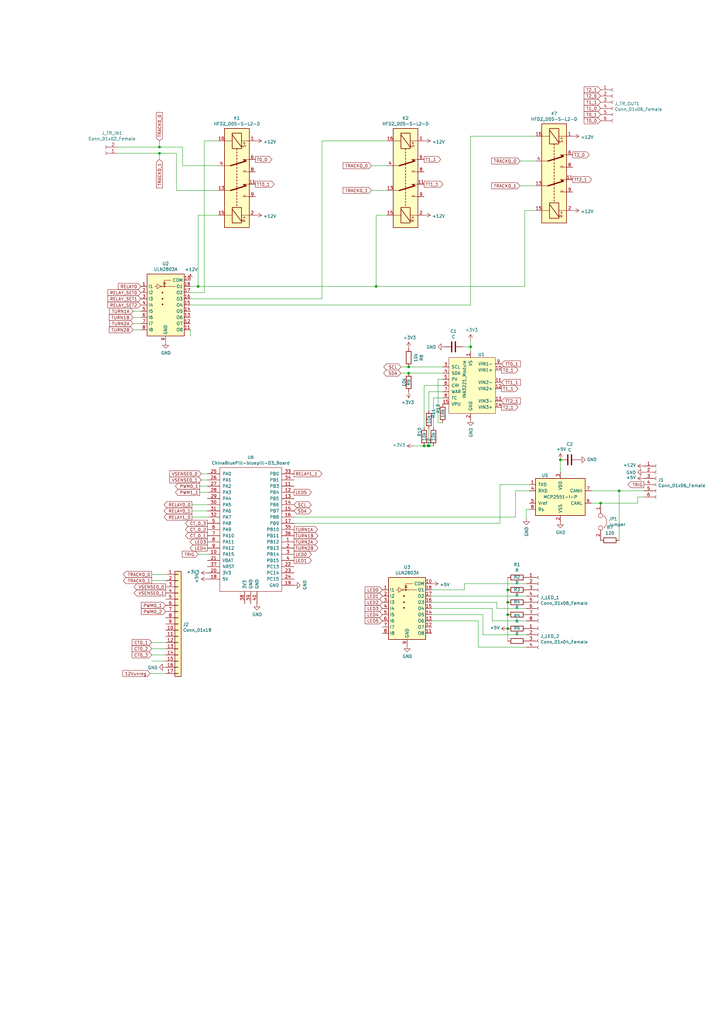
<source format=kicad_sch>
(kicad_sch (version 20211123) (generator eeschema)
  (paper "A3" portrait)
  (lib_symbols
    (symbol "Connector:Conn_01x02_Female" (pin_names (offset 1.016) hide)
      (property "Reference" "J" (at 0 2.54 0))
      (property "Value" "Conn_01x02_Female" (at 0 -5.08 0))
      (symbol "Conn_01x02_Female_1_1"
        (arc (start 0 -2.032) (mid -0.508 -2.54) (end 0 -3.048) (stroke (width 0.1524)))
        (polyline (pts (xy -1.27 -2.54) (xy -0.508 -2.54)) (stroke (width 0.1524)))
        (polyline (pts (xy -1.27 0) (xy -0.508 0)) (stroke (width 0.1524)))
        (arc (start 0 0.508) (mid -0.508 0) (end 0 -0.508) (stroke (width 0.1524)))
        (pin passive line (at -5.08 0 0) (length 3.81) (name "Pin_1") (number "1"))
        (pin passive line (at -5.08 -2.54 0) (length 3.81) (name "Pin_2") (number "2"))
      )
    )
    (symbol "Connector:Conn_01x04_Female" (pin_names (offset 1.016) hide)
      (property "Reference" "J" (at 0 5.08 0))
      (property "Value" "Conn_01x04_Female" (at 0 -7.62 0))
      (symbol "Conn_01x04_Female_1_1"
        (arc (start 0 -4.572) (mid -0.508 -5.08) (end 0 -5.588) (stroke (width 0.1524)))
        (arc (start 0 -2.032) (mid -0.508 -2.54) (end 0 -3.048) (stroke (width 0.1524)))
        (polyline (pts (xy -1.27 -5.08) (xy -0.508 -5.08)) (stroke (width 0.1524)))
        (polyline (pts (xy -1.27 -2.54) (xy -0.508 -2.54)) (stroke (width 0.1524)))
        (polyline (pts (xy -1.27 0) (xy -0.508 0)) (stroke (width 0.1524)))
        (polyline (pts (xy -1.27 2.54) (xy -0.508 2.54)) (stroke (width 0.1524)))
        (arc (start 0 0.508) (mid -0.508 0) (end 0 -0.508) (stroke (width 0.1524)))
        (arc (start 0 3.048) (mid -0.508 2.54) (end 0 2.032) (stroke (width 0.1524)))
        (pin passive line (at -5.08 2.54 0) (length 3.81) (name "Pin_1") (number "1"))
        (pin passive line (at -5.08 0 0) (length 3.81) (name "Pin_2") (number "2"))
        (pin passive line (at -5.08 -2.54 0) (length 3.81) (name "Pin_3") (number "3"))
        (pin passive line (at -5.08 -5.08 0) (length 3.81) (name "Pin_4") (number "4"))
      )
    )
    (symbol "Connector:Conn_01x06_Female" (pin_names (offset 1.016) hide)
      (property "Reference" "J" (at 0 7.62 0))
      (property "Value" "Conn_01x06_Female" (at 0 -10.16 0))
      (symbol "Conn_01x06_Female_1_1"
        (arc (start 0 -7.112) (mid -0.508 -7.62) (end 0 -8.128) (stroke (width 0.1524)))
        (arc (start 0 -4.572) (mid -0.508 -5.08) (end 0 -5.588) (stroke (width 0.1524)))
        (arc (start 0 -2.032) (mid -0.508 -2.54) (end 0 -3.048) (stroke (width 0.1524)))
        (polyline (pts (xy -1.27 -7.62) (xy -0.508 -7.62)) (stroke (width 0.1524)))
        (polyline (pts (xy -1.27 -5.08) (xy -0.508 -5.08)) (stroke (width 0.1524)))
        (polyline (pts (xy -1.27 -2.54) (xy -0.508 -2.54)) (stroke (width 0.1524)))
        (polyline (pts (xy -1.27 0) (xy -0.508 0)) (stroke (width 0.1524)))
        (polyline (pts (xy -1.27 2.54) (xy -0.508 2.54)) (stroke (width 0.1524)))
        (polyline (pts (xy -1.27 5.08) (xy -0.508 5.08)) (stroke (width 0.1524)))
        (arc (start 0 0.508) (mid -0.508 0) (end 0 -0.508) (stroke (width 0.1524)))
        (arc (start 0 3.048) (mid -0.508 2.54) (end 0 2.032) (stroke (width 0.1524)))
        (arc (start 0 5.588) (mid -0.508 5.08) (end 0 4.572) (stroke (width 0.1524)))
        (pin passive line (at -5.08 5.08 0) (length 3.81) (name "Pin_1") (number "1"))
        (pin passive line (at -5.08 2.54 0) (length 3.81) (name "Pin_2") (number "2"))
        (pin passive line (at -5.08 0 0) (length 3.81) (name "Pin_3") (number "3"))
        (pin passive line (at -5.08 -2.54 0) (length 3.81) (name "Pin_4") (number "4"))
        (pin passive line (at -5.08 -5.08 0) (length 3.81) (name "Pin_5") (number "5"))
        (pin passive line (at -5.08 -7.62 0) (length 3.81) (name "Pin_6") (number "6"))
      )
    )
    (symbol "Connector:Conn_01x08_Female" (pin_names (offset 1.016) hide)
      (property "Reference" "J" (at 0 10.16 0))
      (property "Value" "Conn_01x08_Female" (at 0 -12.7 0))
      (symbol "Conn_01x08_Female_1_1"
        (arc (start 0 -9.652) (mid -0.508 -10.16) (end 0 -10.668) (stroke (width 0.1524)))
        (arc (start 0 -7.112) (mid -0.508 -7.62) (end 0 -8.128) (stroke (width 0.1524)))
        (arc (start 0 -4.572) (mid -0.508 -5.08) (end 0 -5.588) (stroke (width 0.1524)))
        (arc (start 0 -2.032) (mid -0.508 -2.54) (end 0 -3.048) (stroke (width 0.1524)))
        (polyline (pts (xy -1.27 -10.16) (xy -0.508 -10.16)) (stroke (width 0.1524)))
        (polyline (pts (xy -1.27 -7.62) (xy -0.508 -7.62)) (stroke (width 0.1524)))
        (polyline (pts (xy -1.27 -5.08) (xy -0.508 -5.08)) (stroke (width 0.1524)))
        (polyline (pts (xy -1.27 -2.54) (xy -0.508 -2.54)) (stroke (width 0.1524)))
        (polyline (pts (xy -1.27 0) (xy -0.508 0)) (stroke (width 0.1524)))
        (polyline (pts (xy -1.27 2.54) (xy -0.508 2.54)) (stroke (width 0.1524)))
        (polyline (pts (xy -1.27 5.08) (xy -0.508 5.08)) (stroke (width 0.1524)))
        (polyline (pts (xy -1.27 7.62) (xy -0.508 7.62)) (stroke (width 0.1524)))
        (arc (start 0 0.508) (mid -0.508 0) (end 0 -0.508) (stroke (width 0.1524)))
        (arc (start 0 3.048) (mid -0.508 2.54) (end 0 2.032) (stroke (width 0.1524)))
        (arc (start 0 5.588) (mid -0.508 5.08) (end 0 4.572) (stroke (width 0.1524)))
        (arc (start 0 8.128) (mid -0.508 7.62) (end 0 7.112) (stroke (width 0.1524)))
        (pin passive line (at -5.08 7.62 0) (length 3.81) (name "Pin_1") (number "1"))
        (pin passive line (at -5.08 5.08 0) (length 3.81) (name "Pin_2") (number "2"))
        (pin passive line (at -5.08 2.54 0) (length 3.81) (name "Pin_3") (number "3"))
        (pin passive line (at -5.08 0 0) (length 3.81) (name "Pin_4") (number "4"))
        (pin passive line (at -5.08 -2.54 0) (length 3.81) (name "Pin_5") (number "5"))
        (pin passive line (at -5.08 -5.08 0) (length 3.81) (name "Pin_6") (number "6"))
        (pin passive line (at -5.08 -7.62 0) (length 3.81) (name "Pin_7") (number "7"))
        (pin passive line (at -5.08 -10.16 0) (length 3.81) (name "Pin_8") (number "8"))
      )
    )
    (symbol "Connector_Generic:Conn_01x17" (pin_names (offset 1.016) hide)
      (property "Reference" "J" (at 0 22.86 0))
      (property "Value" "Conn_01x17" (at 0 -22.86 0))
      (symbol "Conn_01x17_1_1"
        (rectangle (start -1.27 -20.193) (end 0 -20.447) (stroke (width 0.1524)))
        (rectangle (start -1.27 -17.653) (end 0 -17.907) (stroke (width 0.1524)))
        (rectangle (start -1.27 -15.113) (end 0 -15.367) (stroke (width 0.1524)))
        (rectangle (start -1.27 -12.573) (end 0 -12.827) (stroke (width 0.1524)))
        (rectangle (start -1.27 -10.033) (end 0 -10.287) (stroke (width 0.1524)))
        (rectangle (start -1.27 -7.493) (end 0 -7.747) (stroke (width 0.1524)))
        (rectangle (start -1.27 -4.953) (end 0 -5.207) (stroke (width 0.1524)))
        (rectangle (start -1.27 -2.413) (end 0 -2.667) (stroke (width 0.1524)))
        (rectangle (start -1.27 0.127) (end 0 -0.127) (stroke (width 0.1524)))
        (rectangle (start -1.27 2.667) (end 0 2.413) (stroke (width 0.1524)))
        (rectangle (start -1.27 5.207) (end 0 4.953) (stroke (width 0.1524)))
        (rectangle (start -1.27 7.747) (end 0 7.493) (stroke (width 0.1524)))
        (rectangle (start -1.27 10.287) (end 0 10.033) (stroke (width 0.1524)))
        (rectangle (start -1.27 12.827) (end 0 12.573) (stroke (width 0.1524)))
        (rectangle (start -1.27 15.367) (end 0 15.113) (stroke (width 0.1524)))
        (rectangle (start -1.27 17.907) (end 0 17.653) (stroke (width 0.1524)))
        (rectangle (start -1.27 20.447) (end 0 20.193) (stroke (width 0.1524)))
        (rectangle (start -1.27 21.59) (end 1.27 -21.59) (stroke (width 0.254)) (fill (type background)))
        (pin passive line (at -5.08 20.32 0) (length 3.81) (name "Pin_1") (number "1"))
        (pin passive line (at -5.08 -2.54 0) (length 3.81) (name "Pin_10") (number "10"))
        (pin passive line (at -5.08 -5.08 0) (length 3.81) (name "Pin_11") (number "11"))
        (pin passive line (at -5.08 -7.62 0) (length 3.81) (name "Pin_12") (number "12"))
        (pin passive line (at -5.08 -10.16 0) (length 3.81) (name "Pin_13") (number "13"))
        (pin passive line (at -5.08 -12.7 0) (length 3.81) (name "Pin_14") (number "14"))
        (pin passive line (at -5.08 -15.24 0) (length 3.81) (name "Pin_15") (number "15"))
        (pin passive line (at -5.08 -17.78 0) (length 3.81) (name "Pin_16") (number "16"))
        (pin passive line (at -5.08 -20.32 0) (length 3.81) (name "Pin_17") (number "17"))
        (pin passive line (at -5.08 17.78 0) (length 3.81) (name "Pin_2") (number "2"))
        (pin passive line (at -5.08 15.24 0) (length 3.81) (name "Pin_3") (number "3"))
        (pin passive line (at -5.08 12.7 0) (length 3.81) (name "Pin_4") (number "4"))
        (pin passive line (at -5.08 10.16 0) (length 3.81) (name "Pin_5") (number "5"))
        (pin passive line (at -5.08 7.62 0) (length 3.81) (name "Pin_6") (number "6"))
        (pin passive line (at -5.08 5.08 0) (length 3.81) (name "Pin_7") (number "7"))
        (pin passive line (at -5.08 2.54 0) (length 3.81) (name "Pin_8") (number "8"))
        (pin passive line (at -5.08 0 0) (length 3.81) (name "Pin_9") (number "9"))
      )
    )
    (symbol "D3_Board:ChinaBluePill-bluepill-D3_Board" (pin_names (offset 1.016))
      (property "Reference" "U" (at 0 2.54 0))
      (property "Value" "ChinaBluePill-bluepill-D3_Board" (at 0 19.05 0))
      (symbol "ChinaBluePill-bluepill-D3_Board_0_1"
        (rectangle (start -12.7 16.51) (end 12.7 -34.29))
      )
      (symbol "ChinaBluePill-bluepill-D3_Board_1_1"
        (pin input line (at 17.78 -13.97 180) (length 5.08) (name "PB12") (number "1"))
        (pin input line (at -17.78 -19.05 0) (length 5.08) (name "PA15") (number "10"))
        (pin input line (at 17.78 8.89 180) (length 5.08) (name "PB3") (number "11"))
        (pin input line (at 17.78 6.35 180) (length 5.08) (name "PB4") (number "12"))
        (pin input line (at 17.78 3.81 180) (length 5.08) (name "PB5") (number "13"))
        (pin input line (at 17.78 1.27 180) (length 5.08) (name "PB6") (number "14"))
        (pin input line (at 17.78 -1.27 180) (length 5.08) (name "PB7") (number "15"))
        (pin input line (at 17.78 -3.81 180) (length 5.08) (name "PB8") (number "16"))
        (pin input line (at 17.78 -6.35 180) (length 5.08) (name "PB9") (number "17"))
        (pin input line (at -17.78 -29.21 0) (length 5.08) (name "5V") (number "18"))
        (pin input line (at 17.78 -31.75 180) (length 5.08) (name "GND") (number "19"))
        (pin input line (at 17.78 -16.51 180) (length 5.08) (name "PB13") (number "2"))
        (pin input line (at -17.78 -26.67 0) (length 5.08) (name "3V3") (number "20"))
        (pin input line (at -17.78 -21.59 0) (length 5.08) (name "VBAT") (number "21"))
        (pin input line (at 17.78 -24.13 180) (length 5.08) (name "PC13") (number "22"))
        (pin input line (at 17.78 -26.67 180) (length 5.08) (name "PC14") (number "23"))
        (pin input line (at 17.78 -29.21 180) (length 5.08) (name "PC15") (number "24"))
        (pin input line (at -17.78 13.97 0) (length 5.08) (name "PA0") (number "25"))
        (pin input line (at -17.78 11.43 0) (length 5.08) (name "PA1") (number "26"))
        (pin input line (at -17.78 8.89 0) (length 5.08) (name "PA2") (number "27"))
        (pin input line (at -17.78 6.35 0) (length 5.08) (name "PA3") (number "28"))
        (pin input line (at -17.78 3.81 0) (length 5.08) (name "PA4") (number "29"))
        (pin input line (at 17.78 -19.05 180) (length 5.08) (name "PB14") (number "3"))
        (pin input line (at -17.78 1.27 0) (length 5.08) (name "PA5") (number "30"))
        (pin input line (at -17.78 -1.27 0) (length 5.08) (name "PA6") (number "31"))
        (pin input line (at -17.78 -3.81 0) (length 5.08) (name "PA7") (number "32"))
        (pin input line (at 17.78 13.97 180) (length 5.08) (name "PB0") (number "33"))
        (pin input line (at 17.78 11.43 180) (length 5.08) (name "PB1") (number "34"))
        (pin input line (at 17.78 -8.89 180) (length 5.08) (name "PB10") (number "35"))
        (pin input line (at 17.78 -11.43 180) (length 5.08) (name "PB11") (number "36"))
        (pin input line (at -17.78 -24.13 0) (length 5.08) (name "NRST") (number "37"))
        (pin input line (at -2.54 -39.37 90) (length 5.08) (name "3V3") (number "38"))
        (pin input line (at 0 -39.37 90) (length 5.08) (name "GND") (number "39"))
        (pin input line (at 17.78 -21.59 180) (length 5.08) (name "PB15") (number "4"))
        (pin input line (at 2.54 -39.37 90) (length 5.08) (name "GND") (number "40"))
        (pin input line (at -17.78 -6.35 0) (length 5.08) (name "PA8") (number "5"))
        (pin input line (at -17.78 -8.89 0) (length 5.08) (name "PA9") (number "6"))
        (pin input line (at -17.78 -11.43 0) (length 5.08) (name "PA10") (number "7"))
        (pin input line (at -17.78 -13.97 0) (length 5.08) (name "PA11") (number "8"))
        (pin input line (at -17.78 -16.51 0) (length 5.08) (name "PA12") (number "9"))
      )
    )
    (symbol "Device:C" (pin_numbers hide) (pin_names (offset 0.254))
      (property "Reference" "C" (at 0.635 2.54 0))
      (property "Value" "C" (at 0.635 -2.54 0))
      (symbol "C_0_1"
        (polyline (pts (xy -2.032 -0.762) (xy 2.032 -0.762)) (stroke (width 0.508)))
        (polyline (pts (xy -2.032 0.762) (xy 2.032 0.762)) (stroke (width 0.508)))
      )
      (symbol "C_1_1"
        (pin passive line (at 0 3.81 270) (length 2.794) (name "~") (number "1"))
        (pin passive line (at 0 -3.81 90) (length 2.794) (name "~") (number "2"))
      )
    )
    (symbol "Device:Jumper" (pin_names (offset 0.762) hide)
      (property "Reference" "JP" (at 0 3.81 0))
      (property "Value" "Device_Jumper" (at 0 -2.032 0))
      (symbol "Jumper_0_1"
        (circle (center -2.54 0) (radius 0.889))
        (arc (start 2.5146 1.27) (mid 0.0078 2.5097) (end -2.4892 1.27))
        (circle (center 2.54 0) (radius 0.889))
        (pin passive line (at -7.62 0 0) (length 4.191) (name "1") (number "1"))
        (pin passive line (at 7.62 0 180) (length 4.191) (name "2") (number "2"))
      )
    )
    (symbol "Device:R" (pin_numbers hide) (pin_names (offset 0))
      (property "Reference" "R" (at 2.032 0 90))
      (property "Value" "R" (at 0 0 90))
      (symbol "R_0_1"
        (rectangle (start -1.016 -2.54) (end 1.016 2.54) (stroke (width 0.254)))
      )
      (symbol "R_1_1"
        (pin passive line (at 0 3.81 270) (length 1.27) (name "~") (number "1"))
        (pin passive line (at 0 -3.81 90) (length 1.27) (name "~") (number "2"))
      )
    )
    (symbol "Interface_CAN_LIN:MCP2551-I-P" (pin_names (offset 1.016))
      (property "Reference" "U" (at -10.16 8.89 0))
      (property "Value" "MCP2551-I-P" (at 2.54 8.89 0))
      (symbol "MCP2551-I-P_0_1"
        (rectangle (start -10.16 7.62) (end 10.16 -7.62) (stroke (width 0.254)) (fill (type background)))
      )
      (symbol "MCP2551-I-P_1_1"
        (pin input line (at -12.7 5.08 0) (length 2.54) (name "TXD") (number "1"))
        (pin power_in line (at 0 -10.16 90) (length 2.54) (name "VSS") (number "2"))
        (pin power_in line (at 0 10.16 270) (length 2.54) (name "VDD") (number "3"))
        (pin output line (at -12.7 2.54 0) (length 2.54) (name "RXD") (number "4"))
        (pin power_out line (at -12.7 -2.54 0) (length 2.54) (name "Vref") (number "5"))
        (pin bidirectional line (at 12.7 -2.54 180) (length 2.54) (name "CANL") (number "6"))
        (pin bidirectional line (at 12.7 2.54 180) (length 2.54) (name "CANH") (number "7"))
        (pin input line (at -12.7 -5.08 0) (length 2.54) (name "Rs") (number "8"))
      )
    )
    (symbol "Transistor_Array:ULN2803A"
      (property "Reference" "U" (at 0 13.335 0))
      (property "Value" "ULN2803A" (at 0 11.43 0))
      (symbol "ULN2803A_0_1"
        (rectangle (start -7.62 -15.24) (end 7.62 10.16) (stroke (width 0.254)) (fill (type background)))
        (circle (center -1.778 5.08) (radius 0.254))
        (circle (center -1.27 -2.286) (radius 0.254) (fill (type outline)))
        (circle (center -1.27 0) (radius 0.254) (fill (type outline)))
        (circle (center -1.27 2.54) (radius 0.254) (fill (type outline)))
        (circle (center -0.508 5.08) (radius 0.254) (fill (type outline)))
        (polyline (pts (xy -4.572 5.08) (xy -3.556 5.08)))
        (polyline (pts (xy -1.524 5.08) (xy 4.064 5.08)))
        (polyline (pts (xy 0 6.731) (xy -1.016 6.731)))
        (polyline (pts (xy -0.508 5.08) (xy -0.508 7.62) (xy 2.286 7.62)))
        (polyline (pts (xy -3.556 6.096) (xy -3.556 4.064) (xy -2.032 5.08) (xy -3.556 6.096)))
        (polyline (pts (xy 0 5.969) (xy -1.016 5.969) (xy -0.508 6.731) (xy 0 5.969)))
      )
      (symbol "ULN2803A_1_1"
        (pin input line (at -10.16 5.08 0) (length 2.54) (name "I1") (number "1"))
        (pin passive line (at 10.16 7.62 180) (length 2.54) (name "COM") (number "10"))
        (pin open_collector line (at 10.16 -12.7 180) (length 2.54) (name "O8") (number "11"))
        (pin open_collector line (at 10.16 -10.16 180) (length 2.54) (name "O7") (number "12"))
        (pin open_collector line (at 10.16 -7.62 180) (length 2.54) (name "O6") (number "13"))
        (pin open_collector line (at 10.16 -5.08 180) (length 2.54) (name "O5") (number "14"))
        (pin open_collector line (at 10.16 -2.54 180) (length 2.54) (name "O4") (number "15"))
        (pin open_collector line (at 10.16 0 180) (length 2.54) (name "O3") (number "16"))
        (pin open_collector line (at 10.16 2.54 180) (length 2.54) (name "O2") (number "17"))
        (pin open_collector line (at 10.16 5.08 180) (length 2.54) (name "O1") (number "18"))
        (pin input line (at -10.16 2.54 0) (length 2.54) (name "I2") (number "2"))
        (pin input line (at -10.16 0 0) (length 2.54) (name "I3") (number "3"))
        (pin input line (at -10.16 -2.54 0) (length 2.54) (name "I4") (number "4"))
        (pin input line (at -10.16 -5.08 0) (length 2.54) (name "I5") (number "5"))
        (pin input line (at -10.16 -7.62 0) (length 2.54) (name "I6") (number "6"))
        (pin input line (at -10.16 -10.16 0) (length 2.54) (name "I7") (number "7"))
        (pin input line (at -10.16 -12.7 0) (length 2.54) (name "I8") (number "8"))
        (pin power_in line (at 0 -17.78 90) (length 2.54) (name "GND") (number "9"))
      )
    )
    (symbol "VadimNsk:HFD2_005-S-L2-D"
      (property "Reference" "K" (at 17.78 8.89 0))
      (property "Value" "HFD2_005-S-L2-D" (at 21.59 6.35 0))
      (symbol "HFD2_005-S-L2-D_1_1"
        (rectangle (start -20.32 5.08) (end 20.32 -5.08) (stroke (width 0.254)) (fill (type background)))
        (rectangle (start -18.415 1.905) (end -12.065 -1.905) (stroke (width 0.254)))
        (polyline (pts (xy -17.78 -1.905) (xy -12.7 1.905)) (stroke (width 0.254)))
        (polyline (pts (xy -15.24 -5.08) (xy -15.24 -1.905)))
        (polyline (pts (xy -15.24 5.08) (xy -15.24 1.905)))
        (polyline (pts (xy -12.065 0) (xy -11.43 0)) (stroke (width 0.254)))
        (polyline (pts (xy -10.795 0) (xy -10.16 0)) (stroke (width 0.254)))
        (polyline (pts (xy -9.525 0) (xy -8.89 0)) (stroke (width 0.254)))
        (polyline (pts (xy -8.255 0) (xy -7.62 0)) (stroke (width 0.254)))
        (polyline (pts (xy -6.985 0) (xy -6.35 0)) (stroke (width 0.254)))
        (polyline (pts (xy -5.715 0) (xy -5.08 0)) (stroke (width 0.254)))
        (polyline (pts (xy -5.08 -2.54) (xy -6.985 3.81)) (stroke (width 0.508)))
        (polyline (pts (xy -5.08 -2.54) (xy -5.08 -5.08)))
        (polyline (pts (xy -4.445 0) (xy -3.81 0)) (stroke (width 0.254)))
        (polyline (pts (xy -3.175 0) (xy -2.54 0)) (stroke (width 0.254)))
        (polyline (pts (xy -1.905 0) (xy -1.27 0)) (stroke (width 0.254)))
        (polyline (pts (xy -0.635 0) (xy 0 0)) (stroke (width 0.254)))
        (polyline (pts (xy 0.635 0) (xy 1.27 0)) (stroke (width 0.254)))
        (polyline (pts (xy 1.905 0) (xy 2.54 0)) (stroke (width 0.254)))
        (polyline (pts (xy 3.175 0) (xy 3.81 0)) (stroke (width 0.254)))
        (polyline (pts (xy 4.445 0) (xy 5.08 0)) (stroke (width 0.254)))
        (polyline (pts (xy 5.08 -2.54) (xy 3.175 3.81)) (stroke (width 0.508)))
        (polyline (pts (xy 5.08 -2.54) (xy 5.08 -5.08)))
        (polyline (pts (xy 5.715 0) (xy 6.35 0)) (stroke (width 0.254)))
        (polyline (pts (xy 6.985 0) (xy 7.62 0)) (stroke (width 0.254)))
        (polyline (pts (xy 8.255 0) (xy 8.89 0)) (stroke (width 0.254)))
        (polyline (pts (xy 9.525 0) (xy 10.16 0)) (stroke (width 0.254)))
        (polyline (pts (xy 10.795 0) (xy 11.43 0)) (stroke (width 0.254)))
        (polyline (pts (xy 12.7 -1.905) (xy 17.78 1.905)) (stroke (width 0.254)))
        (polyline (pts (xy 15.24 -5.08) (xy 15.24 -1.905)))
        (polyline (pts (xy 15.24 5.08) (xy 15.24 1.905)))
        (polyline (pts (xy -7.62 5.08) (xy -7.62 2.54) (xy -6.985 3.175) (xy -7.62 3.81)) (fill (type outline)))
        (polyline (pts (xy -2.54 5.08) (xy -2.54 2.54) (xy -3.175 3.175) (xy -2.54 3.81)))
        (polyline (pts (xy 2.54 5.08) (xy 2.54 2.54) (xy 3.175 3.175) (xy 2.54 3.81)) (fill (type outline)))
        (polyline (pts (xy 7.62 5.08) (xy 7.62 2.54) (xy 6.985 3.175) (xy 7.62 3.81)))
        (rectangle (start 12.065 1.905) (end 18.415 -1.905) (stroke (width 0.254)))
        (text "+" (at -14.351 2.921 0) (effects (font (size 1.27 1.27))))
        (text "+" (at 16.129 2.921 0) (effects (font (size 1.27 1.27))))
        (text "R" (at 17.526 2.921 0) (effects (font (size 1.27 1.27))))
        (text "S" (at -13.081 2.921 0) (effects (font (size 1.27 1.27))))
        (pin passive line (at -15.24 7.62 270) (length 2.54) (name "~") (number "1"))
        (pin passive line (at 2.54 7.62 270) (length 2.54) (name "~") (number "11"))
        (pin passive line (at 5.08 -7.62 90) (length 2.54) (name "~") (number "13"))
        (pin passive line (at 15.24 -7.62 90) (length 2.54) (name "~") (number "15"))
        (pin passive line (at -15.24 -7.62 90) (length 2.54) (name "~") (number "16"))
        (pin passive line (at 15.24 7.62 270) (length 2.54) (name "~") (number "2"))
        (pin passive line (at -5.08 -7.62 90) (length 2.54) (name "~") (number "4"))
        (pin passive line (at -7.62 7.62 270) (length 2.54) (name "~") (number "6"))
        (pin passive line (at -2.54 7.62 270) (length 2.54) (name "~") (number "8"))
        (pin passive line (at 7.62 7.62 270) (length 2.54) (name "~") (number "9"))
      )
    )
    (symbol "jwm_kicad_symbols_misc:INA3221_Module" (pin_names (offset 1.016))
      (property "Reference" "U" (at 6.35 12.7 0))
      (property "Value" "INA3221_Module" (at 12.7 -13.97 0))
      (symbol "INA3221_Module_0_1"
        (rectangle (start 10.16 11.43) (end -8.89 -11.43) (fill (type background)))
      )
      (symbol "INA3221_Module_1_1"
        (pin power_in line (at 0 13.97 270) (length 2.54) (name "VS") (number "1"))
        (pin input line (at 12.7 6.35 180) (length 2.54) (name "VIN1+") (number "10"))
        (pin input line (at 12.7 1.27 180) (length 2.54) (name "VIN2-") (number "11"))
        (pin input line (at 12.7 -1.27 180) (length 2.54) (name "VIN2+") (number "12"))
        (pin input line (at 12.7 -6.35 180) (length 2.54) (name "VIN3-") (number "13"))
        (pin input line (at 12.7 -8.89 180) (length 2.54) (name "VIN3+") (number "14"))
        (pin input line (at -11.43 -7.62 0) (length 2.54) (name "VPU") (number "15"))
        (pin power_in line (at 0 -13.97 90) (length 2.54) (name "GND") (number "2"))
        (pin input line (at -11.43 7.62 0) (length 2.54) (name "SCL") (number "3"))
        (pin bidirectional line (at -11.43 5.08 0) (length 2.54) (name "SDA") (number "4"))
        (pin output line (at -11.43 2.54 0) (length 2.54) (name "PV") (number "5"))
        (pin output line (at -11.43 0 0) (length 2.54) (name "CRI") (number "6"))
        (pin output line (at -11.43 -2.54 0) (length 2.54) (name "WAR") (number "7"))
        (pin output line (at -11.43 -5.08 0) (length 2.54) (name "TC") (number "8"))
        (pin input line (at 12.7 8.89 180) (length 2.54) (name "VIN1-") (number "9"))
      )
    )
    (symbol "power:+12V" (power) (pin_names (offset 0))
      (property "Value" "+12V" (at 0 3.556 0))
      (symbol "+12V_0_1"
        (polyline (pts (xy -0.762 1.27) (xy 0 2.54)))
        (polyline (pts (xy 0 0) (xy 0 2.54)))
        (polyline (pts (xy 0 2.54) (xy 0.762 1.27)))
      )
      (symbol "+12V_1_1"
        (pin power_in line (at 0 0 90) (length 0) hide (name "+12V") (number "1"))
      )
    )
    (symbol "power:+3.3V" (power) (pin_names (offset 0))
      (property "Value" "+3.3V" (at 0 3.556 0))
      (symbol "+3.3V_0_1"
        (polyline (pts (xy -0.762 1.27) (xy 0 2.54)))
        (polyline (pts (xy 0 0) (xy 0 2.54)))
        (polyline (pts (xy 0 2.54) (xy 0.762 1.27)))
      )
      (symbol "+3.3V_1_1"
        (pin power_in line (at 0 0 90) (length 0) hide (name "+3V3") (number "1"))
      )
    )
    (symbol "power:+5V" (power) (pin_names (offset 0))
      (property "Value" "+5V" (at 0 3.556 0))
      (symbol "+5V_0_1"
        (polyline (pts (xy -0.762 1.27) (xy 0 2.54)))
        (polyline (pts (xy 0 0) (xy 0 2.54)))
        (polyline (pts (xy 0 2.54) (xy 0.762 1.27)))
      )
      (symbol "+5V_1_1"
        (pin power_in line (at 0 0 90) (length 0) hide (name "+5V") (number "1"))
      )
    )
    (symbol "power:GND" (power) (pin_names (offset 0))
      (property "Value" "GND" (at 0 -3.81 0))
      (symbol "GND_0_1"
        (polyline (pts (xy 0 0) (xy 0 -1.27) (xy 1.27 -1.27) (xy 0 -2.54) (xy -1.27 -1.27) (xy 0 -1.27)))
      )
      (symbol "GND_1_1"
        (pin power_in line (at 0 0 270) (length 0) hide (name "GND") (number "1"))
      )
    )
  )
  (junction (at 193.04 142.24))
  (junction (at 154.305 117.475))
  (junction (at 81.28 117.475))
  (junction (at 65.405 62.865))
  (junction (at 208.28 241.935))
  (junction (at 208.28 247.015))
  (junction (at 229.87 188.595))
  (junction (at 208.28 257.81))
  (junction (at 208.28 252.095))
  (junction (at 65.405 60.325))
  (junction (at 167.64 150.495))
  (junction (at 175.895 182.88))
  (junction (at 173.99 182.88))
  (junction (at 246.38 206.375))
  (junction (at 254 201.295))
  (junction (at 167.64 153.035))
  (wire (pts (xy 193.04 55.88) (xy 219.71 55.88)))
  (wire (pts (xy 246.38 206.375) (xy 261.62 206.375)))
  (wire (pts (xy 78.105 135.255) (xy 78.105 137.795)))
  (wire (pts (xy 211.455 212.09) (xy 211.455 201.295)))
  (wire (pts (xy 65.405 62.865) (xy 72.39 62.865)))
  (wire (pts (xy 177.165 244.475) (xy 215.9 244.475)))
  (wire (pts (xy 167.64 153.035) (xy 164.465 153.035)))
  (wire (pts (xy 82.55 196.85) (xy 85.09 196.85)))
  (wire (pts (xy 62.23 238.125) (xy 67.945 238.125)))
  (wire (pts (xy 175.895 182.88) (xy 173.99 182.88)))
  (wire (pts (xy 198.12 252.095) (xy 177.165 252.095)))
  (wire (pts (xy 215.265 86.36) (xy 215.265 117.475)))
  (wire (pts (xy 54.61 130.175) (xy 57.785 130.175)))
  (wire (pts (xy 203.835 249.555) (xy 215.9 249.555)))
  (wire (pts (xy 208.28 236.855) (xy 208.28 241.935)))
  (wire (pts (xy 78.74 207.01) (xy 85.09 207.01)))
  (wire (pts (xy 219.71 76.2) (xy 213.36 76.2)))
  (wire (pts (xy 78.105 125.095) (xy 193.04 125.095)))
  (wire (pts (xy 154.305 88.265) (xy 158.75 88.265)))
  (wire (pts (xy 62.23 271.145) (xy 67.945 271.145)))
  (wire (pts (xy 175.895 175.895) (xy 175.895 182.88)))
  (wire (pts (xy 181.61 160.655) (xy 175.895 160.655)))
  (wire (pts (xy 205.105 198.755) (xy 217.17 198.755)))
  (wire (pts (xy 181.61 153.035) (xy 167.64 153.035)))
  (wire (pts (xy 193.04 144.145) (xy 193.04 142.24)))
  (wire (pts (xy 181.61 163.195) (xy 177.8 163.195)))
  (wire (pts (xy 164.465 150.495) (xy 167.64 150.495)))
  (wire (pts (xy 177.165 249.555) (xy 201.93 249.555)))
  (wire (pts (xy 81.28 117.475) (xy 154.305 117.475)))
  (wire (pts (xy 190.5 241.935) (xy 190.5 239.395)))
  (wire (pts (xy 208.28 257.81) (xy 208.28 262.89)))
  (wire (pts (xy 208.28 247.015) (xy 208.28 241.935)))
  (wire (pts (xy 193.04 142.24) (xy 193.04 139.7)))
  (wire (pts (xy 81.28 88.265) (xy 81.28 117.475)))
  (wire (pts (xy 215.9 208.915) (xy 215.9 212.725)))
  (wire (pts (xy 229.87 193.675) (xy 229.87 188.595)))
  (wire (pts (xy 201.93 254.635) (xy 215.9 254.635)))
  (wire (pts (xy 177.8 182.88) (xy 175.895 182.88)))
  (wire (pts (xy 62.23 235.585) (xy 67.945 235.585)))
  (wire (pts (xy 215.9 265.43) (xy 196.215 265.43)))
  (wire (pts (xy 74.93 67.945) (xy 89.535 67.945)))
  (wire (pts (xy 54.61 127.635) (xy 57.785 127.635)))
  (wire (pts (xy 82.55 194.31) (xy 85.09 194.31)))
  (wire (pts (xy 211.455 201.295) (xy 217.17 201.295)))
  (wire (pts (xy 264.16 203.835) (xy 261.62 203.835)))
  (wire (pts (xy 181.61 155.575) (xy 179.705 155.575)))
  (wire (pts (xy 177.8 163.195) (xy 177.8 175.26)))
  (wire (pts (xy 158.75 78.105) (xy 152.4 78.105)))
  (wire (pts (xy 205.105 214.63) (xy 205.105 198.755)))
  (wire (pts (xy 215.265 86.36) (xy 219.71 86.36)))
  (wire (pts (xy 254 201.295) (xy 264.16 201.295)))
  (wire (pts (xy 213.36 66.04) (xy 219.71 66.04)))
  (wire (pts (xy 254 201.295) (xy 254 221.615)))
  (wire (pts (xy 242.57 206.375) (xy 246.38 206.375)))
  (wire (pts (xy 198.12 260.35) (xy 198.12 252.095)))
  (wire (pts (xy 203.835 247.015) (xy 203.835 249.555)))
  (wire (pts (xy 167.64 150.495) (xy 181.61 150.495)))
  (wire (pts (xy 62.23 263.525) (xy 67.945 263.525)))
  (wire (pts (xy 217.17 208.915) (xy 215.9 208.915)))
  (wire (pts (xy 89.535 57.785) (xy 83.82 57.785)))
  (wire (pts (xy 179.705 173.355) (xy 179.705 155.575)))
  (wire (pts (xy 89.535 88.265) (xy 81.28 88.265)))
  (wire (pts (xy 152.4 67.945) (xy 158.75 67.945)))
  (wire (pts (xy 83.82 57.785) (xy 83.82 120.015)))
  (wire (pts (xy 154.305 88.265) (xy 154.305 117.475)))
  (wire (pts (xy 62.23 268.605) (xy 67.945 268.605)))
  (wire (pts (xy 72.39 78.105) (xy 89.535 78.105)))
  (wire (pts (xy 67.945 276.225) (xy 61.595 276.225)))
  (wire (pts (xy 85.09 212.09) (xy 78.74 212.09)))
  (wire (pts (xy 81.915 199.39) (xy 85.09 199.39)))
  (wire (pts (xy 74.93 60.325) (xy 74.93 67.945)))
  (wire (pts (xy 190.5 239.395) (xy 215.9 239.395)))
  (wire (pts (xy 177.165 247.015) (xy 203.835 247.015)))
  (wire (pts (xy 65.405 65.405) (xy 65.405 62.865)))
  (wire (pts (xy 196.215 265.43) (xy 196.215 254.635)))
  (wire (pts (xy 132.08 57.785) (xy 132.08 122.555)))
  (wire (pts (xy 81.28 227.33) (xy 85.09 227.33)))
  (wire (pts (xy 78.105 120.015) (xy 83.82 120.015)))
  (wire (pts (xy 173.99 158.115) (xy 173.99 175.26)))
  (wire (pts (xy 78.105 122.555) (xy 132.08 122.555)))
  (wire (pts (xy 72.39 62.865) (xy 72.39 78.105)))
  (wire (pts (xy 173.99 158.115) (xy 181.61 158.115)))
  (wire (pts (xy 65.405 57.785) (xy 65.405 60.325)))
  (wire (pts (xy 242.57 201.295) (xy 254 201.295)))
  (wire (pts (xy 193.04 55.88) (xy 193.04 125.095)))
  (wire (pts (xy 85.09 201.93) (xy 81.915 201.93)))
  (wire (pts (xy 201.93 249.555) (xy 201.93 254.635)))
  (wire (pts (xy 120.65 212.09) (xy 211.455 212.09)))
  (wire (pts (xy 181.61 173.355) (xy 179.705 173.355)))
  (wire (pts (xy 54.61 135.255) (xy 57.785 135.255)))
  (wire (pts (xy 208.28 252.095) (xy 208.28 257.81)))
  (wire (pts (xy 196.215 254.635) (xy 177.165 254.635)))
  (wire (pts (xy 62.23 266.065) (xy 67.945 266.065)))
  (wire (pts (xy 169.545 182.88) (xy 173.99 182.88)))
  (wire (pts (xy 261.62 203.835) (xy 261.62 206.375)))
  (wire (pts (xy 54.61 132.715) (xy 57.785 132.715)))
  (wire (pts (xy 208.28 247.015) (xy 208.28 252.095)))
  (wire (pts (xy 132.08 57.785) (xy 158.75 57.785)))
  (wire (pts (xy 48.26 62.865) (xy 65.405 62.865)))
  (wire (pts (xy 189.865 142.24) (xy 193.04 142.24)))
  (wire (pts (xy 65.405 60.325) (xy 74.93 60.325)))
  (wire (pts (xy 120.65 214.63) (xy 205.105 214.63)))
  (wire (pts (xy 78.105 117.475) (xy 81.28 117.475)))
  (wire (pts (xy 215.9 260.35) (xy 198.12 260.35)))
  (wire (pts (xy 177.165 241.935) (xy 190.5 241.935)))
  (wire (pts (xy 175.895 160.655) (xy 175.895 168.275)))
  (wire (pts (xy 85.09 209.55) (xy 78.74 209.55)))
  (wire (pts (xy 154.305 117.475) (xy 215.265 117.475)))
  (wire (pts (xy 48.26 60.325) (xy 65.405 60.325)))
  (global_label "T0_1" (shape input) (at 246.38 46.99 180) (property "Intersheet References" "${INTERSHEET_REFS}" (effects hide)))
  (global_label "TRIG" (shape input) (at 81.28 227.33 180) (property "Intersheet References" "${INTERSHEET_REFS}" (effects hide)))
  (global_label "TRACK0_0" (shape input) (at 213.36 66.04 180) (property "Intersheet References" "${INTERSHEET_REFS}" (effects hide)))
  (global_label "RELAY_SET1" (shape input) (at 57.785 122.555 180) (property "Intersheet References" "${INTERSHEET_REFS}" (effects hide)))
  (global_label "SCL" (shape bidirectional) (at 164.465 150.495 180) (property "Intersheet References" "${INTERSHEET_REFS}" (effects hide)))
  (global_label "TRACK0_1" (shape input) (at 152.4 78.105 180) (property "Intersheet References" "${INTERSHEET_REFS}" (effects hide)))
  (global_label "TT0_1" (shape input) (at 205.74 149.225 0) (property "Intersheet References" "${INTERSHEET_REFS}" (effects hide)))
  (global_label "T2_0" (shape output) (at 234.95 63.5 0) (property "Intersheet References" "${INTERSHEET_REFS}" (effects hide)))
  (global_label "LED5" (shape output) (at 120.65 201.93 0) (property "Intersheet References" "${INTERSHEET_REFS}" (effects hide)))
  (global_label "T2_1" (shape output) (at 205.74 167.005 0) (property "Intersheet References" "${INTERSHEET_REFS}" (effects hide)))
  (global_label "CT0_3" (shape input) (at 62.23 268.605 180) (property "Intersheet References" "${INTERSHEET_REFS}" (effects hide)))
  (global_label "TRACK0_0" (shape input) (at 65.405 57.785 90) (property "Intersheet References" "${INTERSHEET_REFS}" (effects hide)))
  (global_label "TRACK0_1" (shape input) (at 213.36 76.2 180) (property "Intersheet References" "${INTERSHEET_REFS}" (effects hide)))
  (global_label "SDA" (shape bidirectional) (at 164.465 153.035 180) (property "Intersheet References" "${INTERSHEET_REFS}" (effects hide)))
  (global_label "T1_0" (shape input) (at 246.38 44.45 180) (property "Intersheet References" "${INTERSHEET_REFS}" (effects hide)))
  (global_label "TURN2B" (shape output) (at 120.65 224.79 0) (property "Intersheet References" "${INTERSHEET_REFS}" (effects hide)))
  (global_label "TURN1B" (shape output) (at 120.65 219.71 0) (property "Intersheet References" "${INTERSHEET_REFS}" (effects hide)))
  (global_label "T0_0" (shape input) (at 246.38 49.53 180) (property "Intersheet References" "${INTERSHEET_REFS}" (effects hide)))
  (global_label "RELAY0_0" (shape output) (at 78.74 207.01 180) (property "Intersheet References" "${INTERSHEET_REFS}" (effects hide)))
  (global_label "SDA" (shape bidirectional) (at 120.65 209.55 0) (property "Intersheet References" "${INTERSHEET_REFS}" (effects hide)))
  (global_label "TURN2A" (shape output) (at 120.65 222.25 0) (property "Intersheet References" "${INTERSHEET_REFS}" (effects hide)))
  (global_label "SCL" (shape bidirectional) (at 120.65 207.01 0) (property "Intersheet References" "${INTERSHEET_REFS}" (effects hide)))
  (global_label "CT0_1" (shape input) (at 62.23 263.525 180) (property "Intersheet References" "${INTERSHEET_REFS}" (effects hide)))
  (global_label "PWM0_2" (shape input) (at 67.945 250.825 180) (property "Intersheet References" "${INTERSHEET_REFS}" (effects hide)))
  (global_label "VSENSE0_0" (shape output) (at 67.945 240.665 180) (property "Intersheet References" "${INTERSHEET_REFS}" (effects hide)))
  (global_label "RELAY1_1" (shape output) (at 120.65 194.31 0) (property "Intersheet References" "${INTERSHEET_REFS}" (effects hide)))
  (global_label "LED0" (shape output) (at 120.65 227.33 0) (property "Intersheet References" "${INTERSHEET_REFS}" (effects hide)))
  (global_label "LED1" (shape output) (at 120.65 229.87 0) (property "Intersheet References" "${INTERSHEET_REFS}" (effects hide)))
  (global_label "TRACK0_0" (shape output) (at 62.23 235.585 180) (property "Intersheet References" "${INTERSHEET_REFS}" (effects hide)))
  (global_label "VSENSE0_1" (shape output) (at 67.945 243.205 180) (property "Intersheet References" "${INTERSHEET_REFS}" (effects hide)))
  (global_label "T0_1" (shape output) (at 205.74 151.765 0) (property "Intersheet References" "${INTERSHEET_REFS}" (effects hide)))
  (global_label "CT0_2" (shape input) (at 62.23 266.065 180) (property "Intersheet References" "${INTERSHEET_REFS}" (effects hide)))
  (global_label "12Vunreg" (shape input) (at 61.595 276.225 180) (property "Intersheet References" "${INTERSHEET_REFS}" (effects hide)))
  (global_label "LED4" (shape output) (at 85.09 224.79 180) (property "Intersheet References" "${INTERSHEET_REFS}" (effects hide)))
  (global_label "TT0_1" (shape output) (at 104.775 75.565 0) (property "Intersheet References" "${INTERSHEET_REFS}" (effects hide)))
  (global_label "TURN1A" (shape input) (at 54.61 127.635 180) (property "Intersheet References" "${INTERSHEET_REFS}" (effects hide)))
  (global_label "LED2" (shape input) (at 156.845 247.015 180) (property "Intersheet References" "${INTERSHEET_REFS}" (effects hide)))
  (global_label "TT2_1" (shape input) (at 205.74 164.465 0) (property "Intersheet References" "${INTERSHEET_REFS}" (effects hide)))
  (global_label "T2_1" (shape input) (at 246.38 36.83 180) (property "Intersheet References" "${INTERSHEET_REFS}" (effects hide)))
  (global_label "RELAY0_1" (shape output) (at 78.74 209.55 180) (property "Intersheet References" "${INTERSHEET_REFS}" (effects hide)))
  (global_label "LED4" (shape input) (at 156.845 252.095 180) (property "Intersheet References" "${INTERSHEET_REFS}" (effects hide)))
  (global_label "VSENSE0_0" (shape input) (at 82.55 194.31 180) (property "Intersheet References" "${INTERSHEET_REFS}" (effects hide)))
  (global_label "RELAY_SET2" (shape input) (at 57.785 125.095 180) (property "Intersheet References" "${INTERSHEET_REFS}" (effects hide)))
  (global_label "TURN2A" (shape input) (at 54.61 132.715 180) (property "Intersheet References" "${INTERSHEET_REFS}" (effects hide)))
  (global_label "TT2_1" (shape output) (at 234.95 73.66 0) (property "Intersheet References" "${INTERSHEET_REFS}" (effects hide)))
  (global_label "RELAY_SET0" (shape input) (at 57.785 120.015 180) (property "Intersheet References" "${INTERSHEET_REFS}" (effects hide)))
  (global_label "TURN2B" (shape input) (at 54.61 135.255 180) (property "Intersheet References" "${INTERSHEET_REFS}" (effects hide)))
  (global_label "LED1" (shape input) (at 156.845 244.475 180) (property "Intersheet References" "${INTERSHEET_REFS}" (effects hide)))
  (global_label "TRACK0_1" (shape output) (at 62.23 238.125 180) (property "Intersheet References" "${INTERSHEET_REFS}" (effects hide)))
  (global_label "PWM1_1" (shape output) (at 81.915 201.93 180) (property "Intersheet References" "${INTERSHEET_REFS}" (effects hide)))
  (global_label "TRACK0_0" (shape input) (at 152.4 67.945 180) (property "Intersheet References" "${INTERSHEET_REFS}" (effects hide)))
  (global_label "T1_1" (shape input) (at 246.38 41.91 180) (property "Intersheet References" "${INTERSHEET_REFS}" (effects hide)))
  (global_label "TURN1B" (shape input) (at 54.61 130.175 180) (property "Intersheet References" "${INTERSHEET_REFS}" (effects hide)))
  (global_label "T1_1" (shape output) (at 173.99 65.405 0) (property "Intersheet References" "${INTERSHEET_REFS}" (effects hide)))
  (global_label "TT1_1" (shape input) (at 205.74 156.845 0) (property "Intersheet References" "${INTERSHEET_REFS}" (effects hide)))
  (global_label "RELAY0" (shape input) (at 57.785 117.475 180) (property "Intersheet References" "${INTERSHEET_REFS}" (effects hide)))
  (global_label "RELAY1_0" (shape output) (at 78.74 212.09 180) (property "Intersheet References" "${INTERSHEET_REFS}" (effects hide)))
  (global_label "CT_0_1" (shape output) (at 85.09 219.71 180) (property "Intersheet References" "${INTERSHEET_REFS}" (effects hide)))
  (global_label "TT1_1" (shape output) (at 173.99 75.565 0) (property "Intersheet References" "${INTERSHEET_REFS}" (effects hide)))
  (global_label "CT_0_3" (shape output) (at 85.09 214.63 180) (property "Intersheet References" "${INTERSHEET_REFS}" (effects hide)))
  (global_label "CT_0_2" (shape output) (at 85.09 217.17 180) (property "Intersheet References" "${INTERSHEET_REFS}" (effects hide)))
  (global_label "T1_1" (shape output) (at 205.74 159.385 0) (property "Intersheet References" "${INTERSHEET_REFS}" (effects hide)))
  (global_label "PWM0_1" (shape input) (at 67.945 248.285 180) (property "Intersheet References" "${INTERSHEET_REFS}" (effects hide)))
  (global_label "LED0" (shape input) (at 156.845 241.935 180) (property "Intersheet References" "${INTERSHEET_REFS}" (effects hide)))
  (global_label "TRIG" (shape output) (at 264.16 198.755 180) (property "Intersheet References" "${INTERSHEET_REFS}" (effects hide)))
  (global_label "TRACK0_1" (shape input) (at 65.405 65.405 270) (property "Intersheet References" "${INTERSHEET_REFS}" (effects hide)))
  (global_label "LED3" (shape output) (at 85.09 222.25 180) (property "Intersheet References" "${INTERSHEET_REFS}" (effects hide)))
  (global_label "T0_0" (shape output) (at 104.775 65.405 0) (property "Intersheet References" "${INTERSHEET_REFS}" (effects hide)))
  (global_label "LED3" (shape input) (at 156.845 249.555 180) (property "Intersheet References" "${INTERSHEET_REFS}" (effects hide)))
  (global_label "LED5" (shape input) (at 156.845 254.635 180) (property "Intersheet References" "${INTERSHEET_REFS}" (effects hide)))
  (global_label "TURN1A" (shape output) (at 120.65 217.17 0) (property "Intersheet References" "${INTERSHEET_REFS}" (effects hide)))
  (global_label "PWM0_1" (shape output) (at 81.915 199.39 180) (property "Intersheet References" "${INTERSHEET_REFS}" (effects hide)))
  (global_label "T2_0" (shape input) (at 246.38 39.37 180) (property "Intersheet References" "${INTERSHEET_REFS}" (effects hide)))
  (global_label "VSENSE0_1" (shape input) (at 82.55 196.85 180) (property "Intersheet References" "${INTERSHEET_REFS}" (effects hide)))
  (symbol (lib_id "power:GND") (at 105.41 247.65 0) (unit 1)
    (property "Reference" "#PWR0101" (effects hide))
    (property "Value" "GND" (at 105.537 252.0442 0))
  )
  (symbol (lib_id "Interface_CAN_LIN:MCP2551-I-P") (at 229.87 203.835 0) (unit 1)
    (property "Reference" "U5" (at 223.52 194.945 0))
    (property "Value" "MCP2551-I-P" (at 229.87 203.835 0))
    (property "Footprint" "Package_DIP:DIP-8_W7.62mm" (effects hide))
    (property "Datasheet" "http://ww1.microchip.com/downloads/en/devicedoc/21667d.pdf" (effects hide))
  )
  (symbol (lib_id "Device:Jumper") (at 246.38 213.995 270) (unit 1)
    (property "Reference" "JP1" (at 249.6058 212.8266 90) (effects (justify left)))
    (property "Value" "Jumper" (at 249.6058 215.138 90) (effects (justify left)))
    (property "Footprint" "Connector_PinHeader_2.54mm:PinHeader_1x02_P2.54mm_Vertical" (effects hide))
  )
  (symbol (lib_id "Device:R") (at 250.19 221.615 270) (unit 1)
    (property "Reference" "R7" (at 250.19 216.3572 90))
    (property "Value" "120" (at 250.19 218.6686 90))
    (property "Footprint" "Resistor_THT:R_Axial_DIN0207_L6.3mm_D2.5mm_P7.62mm_Horizontal" (effects hide))
  )
  (symbol (lib_id "power:GND") (at 229.87 213.995 0) (unit 1)
    (property "Reference" "#PWR0102" (effects hide))
    (property "Value" "GND" (at 229.997 218.3892 0))
  )
  (symbol (lib_id "D3_Board:ChinaBluePill-bluepill-D3_Board") (at 102.87 208.28 0) (unit 1)
    (property "Reference" "U6" (at 102.87 187.579 0))
    (property "Value" "ChinaBluePill-bluepill-D3_Board" (at 102.87 189.8904 0))
    (property "Footprint" "BluePill_breakouts:BluePill_STM32F103C" (effects hide))
  )
  (symbol (lib_id "power:+5V") (at 229.87 188.595 0) (unit 1)
    (property "Reference" "#PWR0103" (effects hide))
    (property "Value" "+5V" (at 230.251 184.2008 0))
  )
  (symbol (lib_id "power:+5V") (at 85.09 237.49 90) (unit 1)
    (property "Reference" "#PWR0104" (effects hide))
    (property "Value" "+5V" (at 80.6958 237.109 0))
  )
  (symbol (lib_id "power:GND") (at 193.04 172.085 0) (unit 1)
    (property "Reference" "#PWR0105" (effects hide))
    (property "Value" "GND" (at 193.167 175.3362 90) (effects (justify right)))
  )
  (symbol (lib_id "Transistor_Array:ULN2803A") (at 67.945 122.555 0) (unit 1)
    (property "Reference" "U2" (at 67.945 108.1532 0))
    (property "Value" "ULN2803A" (at 67.945 110.4646 0))
    (property "Footprint" "Package_DIP:DIP-18_W7.62mm" (effects hide))
    (property "Datasheet" "http://www.ti.com/lit/ds/symlink/uln2803a.pdf" (effects hide))
  )
  (symbol (lib_id "Transistor_Array:ULN2803A") (at 167.005 247.015 0) (unit 1)
    (property "Reference" "U3" (at 167.005 232.6132 0))
    (property "Value" "ULN2803A" (at 167.005 234.9246 0))
    (property "Footprint" "Package_DIP:DIP-18_W7.62mm" (effects hide))
    (property "Datasheet" "http://www.ti.com/lit/ds/symlink/uln2803a.pdf" (effects hide))
  )
  (symbol (lib_id "power:GND") (at 67.945 140.335 0) (unit 1)
    (property "Reference" "#PWR0106" (effects hide))
    (property "Value" "GND" (at 68.072 144.7292 0))
  )
  (symbol (lib_id "power:GND") (at 67.945 273.685 270)
    (property "Reference" "#PWR0110" (effects hide))
    (property "Value" "GND" (at 64.6938 273.812 90) (effects (justify right)))
  )
  (symbol (lib_id "Connector_Generic:Conn_01x17") (at 73.025 255.905 0)
    (property "Reference" "J2" (at 75.057 256.1082 0) (effects (justify left)))
    (property "Value" "Conn_01x18" (at 75.057 258.4196 0) (effects (justify left)))
    (property "Footprint" "Connector_PinHeader_2.54mm:PinHeader_1x17_P2.54mm_Vertical" (effects hide))
  )
  (symbol (lib_id "power:GND") (at 167.005 264.795 0) (unit 1)
    (property "Reference" "#PWR0107" (effects hide))
    (property "Value" "GND" (at 167.132 269.1892 0))
  )
  (symbol (lib_id "power:+5V") (at 177.165 239.395 270) (unit 1)
    (property "Reference" "#PWR0108" (effects hide))
    (property "Value" "+5V" (at 180.4162 239.776 90) (effects (justify left)))
  )
  (symbol (lib_id "Device:R") (at 212.09 236.855 270) (unit 1)
    (property "Reference" "R1" (at 212.09 231.5972 90))
    (property "Value" "R" (at 212.09 233.9086 90))
    (property "Footprint" "Resistor_THT:R_Axial_DIN0207_L6.3mm_D2.5mm_P7.62mm_Horizontal" (effects hide))
  )
  (symbol (lib_id "Device:R") (at 212.09 241.935 270) (unit 1)
    (property "Reference" "R2" (at 212.09 236.6772 90))
    (property "Value" "R" (at 212.09 238.9886 90))
    (property "Footprint" "Resistor_THT:R_Axial_DIN0207_L6.3mm_D2.5mm_P7.62mm_Horizontal" (effects hide))
  )
  (symbol (lib_id "Connector:Conn_01x08_Female") (at 220.98 244.475 0) (unit 1)
    (property "Reference" "J_LED_1" (at 221.6912 245.0846 0) (effects (justify left)))
    (property "Value" "Conn_01x08_Female" (at 221.6912 247.396 0) (effects (justify left)))
    (property "Footprint" "Connector_PinHeader_2.54mm:PinHeader_1x08_P2.54mm_Vertical" (effects hide))
  )
  (symbol (lib_id "power:GND") (at 120.65 240.03 90) (unit 1)
    (property "Reference" "#PWR0119" (effects hide))
    (property "Value" "GND" (at 125.0442 239.903 0))
  )
  (symbol (lib_id "Device:R") (at 212.09 247.015 270) (unit 1)
    (property "Reference" "R3" (at 212.09 241.7572 90))
    (property "Value" "R" (at 212.09 244.0686 90))
    (property "Footprint" "Resistor_THT:R_Axial_DIN0207_L6.3mm_D2.5mm_P7.62mm_Horizontal" (effects hide))
  )
  (symbol (lib_id "Device:R") (at 212.09 252.095 270) (unit 1)
    (property "Reference" "R4" (at 212.09 246.8372 90))
    (property "Value" "R" (at 212.09 249.1486 90))
    (property "Footprint" "Resistor_THT:R_Axial_DIN0207_L6.3mm_D2.5mm_P7.62mm_Horizontal" (effects hide))
  )
  (symbol (lib_id "power:+5V") (at 208.28 257.81 90) (unit 1)
    (property "Reference" "#PWR0109" (effects hide))
    (property "Value" "+5V" (at 205.0288 257.429 90) (effects (justify left)))
  )
  (symbol (lib_id "Device:C") (at 233.68 188.595 270) (unit 1)
    (property "Reference" "C2" (at 233.68 182.1942 90))
    (property "Value" "C" (at 233.68 184.5056 90))
    (property "Footprint" "Capacitor_THT:C_Disc_D3.4mm_W2.1mm_P2.50mm" (effects hide))
  )
  (symbol (lib_id "power:GND") (at 264.16 193.675 270) (unit 1)
    (property "Reference" "#PWR0112" (effects hide))
    (property "Value" "GND" (at 260.9088 193.802 90) (effects (justify right)))
  )
  (symbol (lib_id "power:+5V") (at 264.16 196.215 90) (unit 1)
    (property "Reference" "#PWR0113" (effects hide))
    (property "Value" "+5V" (at 260.9088 195.834 90) (effects (justify left)))
  )
  (symbol (lib_id "power:GND") (at 237.49 188.595 90) (unit 1)
    (property "Reference" "#PWR0127" (effects hide))
    (property "Value" "GND" (at 240.7412 188.468 90) (effects (justify right)))
  )
  (symbol (lib_id "Connector:Conn_01x06_Female") (at 269.24 196.215 0) (unit 1)
    (property "Reference" "J1" (at 269.9512 196.8246 0) (effects (justify left)))
    (property "Value" "Conn_01x06_Female" (at 269.9512 199.136 0) (effects (justify left)))
    (property "Footprint" "Connector_PinHeader_2.54mm:PinHeader_1x06_P2.54mm_Vertical" (effects hide))
  )
  (symbol (lib_id "power:+12V") (at 264.16 191.135 90) (unit 1)
    (property "Reference" "#PWR0114" (effects hide))
    (property "Value" "+12V" (at 260.9088 190.754 90) (effects (justify left)))
  )
  (symbol (lib_id "Device:C") (at 186.055 142.24 270) (unit 1)
    (property "Reference" "C1" (at 186.055 135.8392 90))
    (property "Value" "C" (at 186.055 138.1506 90))
    (property "Footprint" "Capacitor_THT:C_Disc_D3.4mm_W2.1mm_P2.50mm" (effects hide))
  )
  (symbol (lib_id "jwm_kicad_symbols_misc:INA3221_Module") (at 193.04 158.115 0) (unit 1)
    (property "Reference" "U1" (at 197.485 145.415 0))
    (property "Value" "INA3221_Module" (at 190.5 155.575 90))
    (property "Footprint" "jwm_kicad_footprints_misc:INA3221_Module" (effects hide))
  )
  (symbol (lib_id "Connector:Conn_01x04_Female") (at 220.98 260.35 0) (unit 1)
    (property "Reference" "J_LED_2" (at 221.6912 260.9596 0) (effects (justify left)))
    (property "Value" "Conn_01x04_Female" (at 221.6912 263.271 0) (effects (justify left)))
    (property "Footprint" "Connector_PinHeader_2.54mm:PinHeader_1x04_P2.54mm_Vertical" (effects hide))
  )
  (symbol (lib_id "Device:R") (at 212.09 257.81 270) (unit 1)
    (property "Reference" "R5" (at 212.09 252.5522 90))
    (property "Value" "R" (at 212.09 254.8636 90))
    (property "Footprint" "Resistor_THT:R_Axial_DIN0207_L6.3mm_D2.5mm_P7.62mm_Horizontal" (effects hide))
  )
  (symbol (lib_id "Device:R") (at 212.09 262.89 270) (unit 1)
    (property "Reference" "R6" (at 212.09 257.6322 90))
    (property "Value" "R" (at 212.09 259.9436 90))
    (property "Footprint" "Resistor_THT:R_Axial_DIN0207_L6.3mm_D2.5mm_P7.62mm_Horizontal" (effects hide))
  )
  (symbol (lib_id "power:+12V") (at 78.105 114.935 0) (unit 1)
    (property "Reference" "#PWR0120" (effects hide))
    (property "Value" "+12V" (at 78.486 110.5408 0))
  )
  (symbol (lib_id "power:+3.3V") (at 193.04 139.7 0) (unit 1)
    (property "Reference" "#PWR0121" (effects hide))
    (property "Value" "+3.3V" (at 193.421 135.3058 0))
  )
  (symbol (lib_id "power:GND") (at 182.245 142.24 270) (unit 1)
    (property "Reference" "#PWR0122" (effects hide))
    (property "Value" "GND" (at 178.9938 142.367 90) (effects (justify right)))
  )
  (symbol (lib_id "VadimNsk:HFD2_005-S-L2-D") (at 97.155 73.025 270) (unit 1)
    (property "Reference" "K1" (at 97.155 48.4632 90))
    (property "Value" "HFD2_005-S-L2-D" (at 97.155 50.7746 90))
    (property "Footprint" "Modules:HFD2-005-S-L2-D" (effects hide))
    (property "Datasheet" "https://content.kemet.com/datasheets/KEM_R7002_EC2_EE2.pdf" (effects hide))
  )
  (symbol (lib_id "VadimNsk:HFD2_005-S-L2-D") (at 166.37 73.025 270) (unit 1)
    (property "Reference" "K2" (at 166.37 48.4632 90))
    (property "Value" "HFD2_005-S-L2-D" (at 166.37 50.7746 90))
    (property "Footprint" "Modules:HFD2-005-S-L2-D" (effects hide))
    (property "Datasheet" "https://content.kemet.com/datasheets/KEM_R7002_EC2_EE2.pdf" (effects hide))
  )
  (symbol (lib_id "Device:R") (at 167.64 146.685 180) (unit 1)
    (property "Reference" "R8" (at 172.8978 146.685 90))
    (property "Value" "10k" (at 170.5864 146.685 90))
    (property "Footprint" "Resistor_THT:R_Axial_DIN0207_L6.3mm_D2.5mm_P7.62mm_Horizontal" (effects hide))
  )
  (symbol (lib_id "Device:R") (at 167.64 156.845 180) (unit 1)
    (property "Reference" "R9" (at 167.64 156.845 90))
    (property "Value" "10k" (at 165.735 156.845 90))
    (property "Footprint" "Resistor_THT:R_Axial_DIN0207_L6.3mm_D2.5mm_P7.62mm_Horizontal" (effects hide))
  )
  (symbol (lib_id "Device:R") (at 181.61 169.545 0) (unit 1)
    (property "Reference" "R13" (at 179.705 167.64 90))
    (property "Value" "10k" (at 181.61 169.545 90))
    (property "Footprint" "Resistor_THT:R_Axial_DIN0207_L6.3mm_D2.5mm_P7.62mm_Horizontal" (effects hide))
  )
  (symbol (lib_id "Device:R") (at 173.99 179.07 180) (unit 1)
    (property "Reference" "R10" (at 172.085 177.165 90))
    (property "Value" "10k" (at 173.99 179.07 90))
    (property "Footprint" "Resistor_THT:R_Axial_DIN0207_L6.3mm_D2.5mm_P7.62mm_Horizontal" (effects hide))
  )
  (symbol (lib_id "Device:R") (at 175.895 172.085 180) (unit 1)
    (property "Reference" "R11" (at 177.8 169.545 90))
    (property "Value" "10k" (at 175.895 172.085 90))
    (property "Footprint" "Resistor_THT:R_Axial_DIN0207_L6.3mm_D2.5mm_P7.62mm_Horizontal" (effects hide))
  )
  (symbol (lib_id "Device:R") (at 177.8 179.07 0) (unit 1)
    (property "Reference" "R12" (at 175.895 181.61 90))
    (property "Value" "10k" (at 177.8 179.07 90))
    (property "Footprint" "Resistor_THT:R_Axial_DIN0207_L6.3mm_D2.5mm_P7.62mm_Horizontal" (effects hide))
  )
  (symbol (lib_id "power:+3.3V") (at 169.545 182.88 90) (unit 1)
    (property "Reference" "#PWR0125" (effects hide))
    (property "Value" "+3.3V" (at 166.2938 182.499 90) (effects (justify left)))
  )
  (symbol (lib_id "power:+12V") (at 104.775 88.265 270) (unit 1)
    (property "Reference" "#PWR0115" (effects hide))
    (property "Value" "+12V" (at 108.0262 88.646 90) (effects (justify left)))
  )
  (symbol (lib_id "power:+12V") (at 104.775 57.785 270) (unit 1)
    (property "Reference" "#PWR0116" (effects hide))
    (property "Value" "+12V" (at 108.0262 58.166 90) (effects (justify left)))
  )
  (symbol (lib_id "power:+12V") (at 173.99 88.265 270) (unit 1)
    (property "Reference" "#PWR0117" (effects hide))
    (property "Value" "+12V" (at 177.2412 88.646 90) (effects (justify left)))
  )
  (symbol (lib_id "power:+12V") (at 173.99 57.785 270) (unit 1)
    (property "Reference" "#PWR0118" (effects hide))
    (property "Value" "+12V" (at 177.2412 58.166 90) (effects (justify left)))
  )
  (symbol (lib_id "Connector:Conn_01x02_Female") (at 43.18 62.865 180) (unit 1)
    (property "Reference" "J_TR_IN1" (at 45.9232 54.61 0))
    (property "Value" "Conn_01x02_Female" (at 45.9232 56.9214 0))
    (property "Footprint" "Connector_PinHeader_2.54mm:PinHeader_1x02_P2.54mm_Vertical" (effects hide))
  )
  (symbol (lib_id "Connector:Conn_01x06_Female") (at 251.46 41.91 0) (unit 1)
    (property "Reference" "J_TR_OUT1" (at 252.1712 42.5196 0) (effects (justify left)))
    (property "Value" "Conn_01x06_Female" (at 252.1712 44.831 0) (effects (justify left)))
    (property "Footprint" "Connector_PinHeader_2.54mm:PinHeader_1x06_P2.54mm_Vertical" (effects hide))
  )
  (symbol (lib_id "power:+3.3V") (at 167.64 142.875 0) (unit 1)
    (property "Reference" "#PWR?" (effects hide))
    (property "Value" "+3.3V" (at 168.021 138.4808 0))
  )
  (symbol (lib_id "power:GND") (at 215.9 212.725 0) (unit 1)
    (property "Reference" "#PWR?" (effects hide))
    (property "Value" "GND" (at 216.027 215.9762 90) (effects (justify right)))
  )
  (symbol (lib_id "VadimNsk:HFD2_005-S-L2-D") (at 227.33 71.12 270) (unit 1)
    (property "Reference" "K?" (at 227.33 46.5582 90))
    (property "Value" "HFD2_005-S-L2-D" (at 227.33 48.8696 90))
    (property "Footprint" "Modules:HFD2-005-S-L2-D" (effects hide))
    (property "Datasheet" "https://content.kemet.com/datasheets/KEM_R7002_EC2_EE2.pdf" (effects hide))
  )
  (symbol (lib_id "power:+12V") (at 234.95 55.88 270) (unit 1)
    (property "Reference" "#PWR?" (effects hide))
    (property "Value" "+12V" (at 238.2012 56.261 90) (effects (justify left)))
  )
  (symbol (lib_id "power:+3.3V") (at 167.64 160.655 180) (unit 1)
    (property "Reference" "#PWR?" (effects hide))
    (property "Value" "+3.3V" (at 167.259 165.0492 0))
  )
  (symbol (lib_id "power:+3.3V") (at 85.09 234.95 90) (unit 1)
    (property "Reference" "#PWR0126" (effects hide))
    (property "Value" "+3.3V" (at 81.8388 234.569 90) (effects (justify left)))
  )
  (symbol (lib_id "power:+12V") (at 234.95 86.36 270) (unit 1)
    (property "Reference" "#PWR?" (effects hide))
    (property "Value" "+12V" (at 238.2012 86.741 90) (effects (justify left)))
  )
)
</source>
